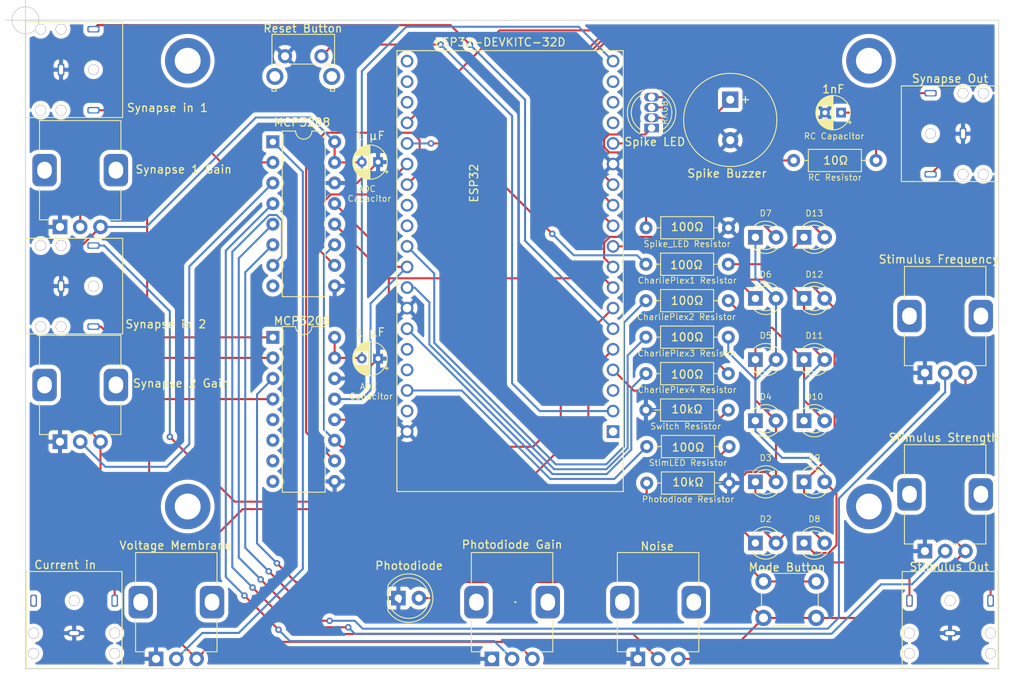
<source format=kicad_pcb>
(kicad_pcb (version 20211014) (generator pcbnew)
  (layers (0 "F.Cu" signal) (31 "B.Cu" signal) (34 "B.Paste" user) (35 "F.Paste" user) (36 "B.SilkS" user "B.Silkscreen") (37 "F.SilkS" user "F.Silkscreen") (38 "B.Mask" user) (39 "F.Mask" user) (44 "Edge.Cuts" user))
  (net 0 "")
  (net 7 "GNDREF")
  (net 8 "/23")
  (net 9 "/27")
  (net 10 "/26")
  (net 11 "+3V3")
  (net 12 "/34")
  (net 13 "/35")
  (net 14 "/25")
  (net 15 "/14")
  (net 16 "/12")
  (net 17 "/13")
  (net 18 "/22")
  (net 19 "/21")
  (net 20 "/19")
  (net 21 "/05")
  (net 22 "/17")
  (net 23 "/16")
  (net 24 "/02")
  (net 25 "/15")
  (net 26 "Net-(R1-Pad2)")
  (net 27 "Net-(R7-Pad2)")
  (net 28 "Net-(R6-Pad2)")
  (net 29 "Net-(R8-Pad2)")
  (net 30 "Net-(R9-Pad2)")
  (net 31 "Net-(R4-Pad2)")
  (net 33 "/39")
  (net 34 "VCC")
  (net 38 "/202")
  (net 39 "/203")
  (net 40 "/106")
  (net 41 "/103")
  (net 42 "/105")
  (net 43 "/104")
  (net 44 "/101")
  (net 45 "/102")
  (net 46 "/200")
  (net 47 "/201")
  (net 48 "/32")
  (net 49 "/33")
  (net 50 "/18")
  (net 51 "/04")
  (net 52 "/00")
  (net 53 "/100")
  (net 54 "/107")
  (net 55 "/204")
  (net 56 "/205")
  (net 57 "/206")
  (net 58 "/207")
  (net 59 "Net-(R3-Pad2)")
  (net 60 "Net-(SW2-Pad2)")
  (footprint "LED_THT:LED_D5.0mm-4_RGB" (layer "F.Cu") (at 177.2 63.3 90)
    (fp_text reference "D14")
    (fp_text value "Spike LED")
  )
  (footprint "MountingHole:MountingHole_3.2mm_M3_DIN965_Pad" (layer "F.Cu") (at 120 55)
    (fp_text reference " ")
    (fp_text value "MountingHole_3.2mm_M3_DIN965_Pad")
  )
  (footprint "LED_THT:LED_D3.0mm" (layer "F.Cu") (at 190 76.779)
    (fp_text reference "D7")
    (fp_text value "Mode6")
  )
  (footprint "LED_THT:LED_D3.0mm" (layer "F.Cu") (at 190 114.504)
    (fp_text reference "D2")
    (fp_text value "Mode1")
  )
  (footprint "Resistor_THT:R_Axial_DIN0207_L6.3mm_D2.5mm_P10.16mm_Horizontal" (layer "F.Cu") (at 186.66 98.1 180)
    (fp_text reference "R5")
    (fp_text value "10kΩ")
  )
  (footprint "Package_DIP:DIP-16_W7.62mm" (layer "F.Cu") (at 130.5 89.125)
    (fp_text reference "U3")
    (fp_text value "MCP3208")
  )
  (footprint "Potentiometer_THT:Spikeling Potentiometer" (layer "F.Cu") (at 213.4 108 90)
    (fp_text reference "RV6")
    (fp_text value "Stimulus Strength")
  )
  (footprint "Potentiometer_THT:Spikeling Potentiometer" (layer "F.Cu") (at 178 121.3 90)
    (fp_text reference "RV4")
    (fp_text value "Noise")
  )
  (footprint "Audio_Module:Spikeling_Photoreceptor" (layer "F.Cu") (at 159.6 122.9)
    (fp_text reference ".")
    (fp_text value "Spikeling_neuron")
  )
  (footprint "Audio_Module:Spikeling Audio Jack 3.5mm" (layer "F.Cu") (at 99.8825 56.1 90)
    (fp_text reference "J2")
    (fp_text value "Synapse in 1")
  )
  (footprint "Audio_Module:Spikeling Audio Jack 3.5mm" (layer "F.Cu") (at 220.1 64 -90)
    (fp_text reference "J1")
    (fp_text value "Synapse Out")
  )
  (footprint "Potentiometer_THT:Spikeling Potentiometer" (layer "F.Cu") (at 106.75 68 90)
    (fp_text reference "RV1")
    (fp_text value "Synapse 1 Gain")
  )
  (footprint "Audio_Module:Spikeling_Electrode" (layer "F.Cu") (at 125.9 107.3)
    (fp_text reference "REF**")
    (fp_text value "Spikeling_neuron")
  )
  (footprint "LED_THT:LED_D3.0mm" (layer "F.Cu") (at 190 99.414)
    (fp_text reference "D4")
    (fp_text value "Mode3")
  )
  (footprint "Potentiometer_THT:Spikeling Potentiometer" (layer "F.Cu") (at 118.6 121.3 90)
    (fp_text reference "RV3")
    (fp_text value "Voltage Membrane")
  )
  (footprint "Resistor_THT:R_Axial_DIN0207_L6.3mm_D2.5mm_P10.16mm_Horizontal" (layer "F.Cu") (at 176.6 102.6)
    (fp_text reference "R3")
    (fp_text value "100Ω")
  )
  (footprint "MountingHole:MountingHole_3.2mm_M3_DIN965_Pad" (layer "F.Cu") (at 204 55)
    (fp_text reference " ")
    (fp_text value "MountingHole_M3")
  )
  (footprint "Package_DIP:DIP-16_W7.62mm" (layer "F.Cu") (at 130.5 65)
    (fp_text reference "U2")
    (fp_text value "MCP3208")
  )
  (footprint "Capacitor_THT:CP_Radial_D4.0mm_P2.00mm" (layer "F.Cu") (at 143.4726 91.75 180)
    (fp_text reference "C2")
    (fp_text value "1 μF")
  )
  (footprint "Audio_Module:Spikeling Audio Jack 3.5mm" (layer "F.Cu") (at 214 130.1175 180)
    (fp_text reference "J5")
    (fp_text value "Stimulus Out")
  )
  (footprint "Button_Switch_THT:Spikeling reset button" (layer "F.Cu") (at 134.25 51.75)
    (fp_text reference "SW2")
    (fp_text value "Reset Button")
  )
  (footprint "LED_THT:LED_D3.0mm" (layer "F.Cu") (at 196 91.869)
    (fp_text reference "D11")
    (fp_text value "Mode10")
  )
  (footprint "LED_THT:LED_D3.0mm" (layer "F.Cu") (at 196 106.959)
    (fp_text reference "D9")
    (fp_text value "Mode8")
  )
  (footprint "Capacitor_THT:CP_Radial_D4.0mm_P2.00mm" (layer "F.Cu") (at 143.4726 67.5 180)
    (fp_text reference "C1")
    (fp_text value "1 μF")
  )
  (footprint "Resistor_THT:R_Axial_DIN0207_L6.3mm_D2.5mm_P10.16mm_Horizontal" (layer "F.Cu") (at 176.5 93.6)
    (fp_text reference "R9")
    (fp_text value "100Ω")
  )
  (footprint "LED_THT:LED_D3.0mm" (layer "F.Cu") (at 196 76.779)
    (fp_text reference "D13")
    (fp_text value "Mode12")
  )
  (footprint "LED_THT:LED_D3.0mm" (layer "F.Cu") (at 196 84.324)
    (fp_text reference "D12")
    (fp_text value "Mode11")
  )
  (footprint "LED_THT:LED_D3.0mm" (layer "F.Cu") (at 196 99.414)
    (fp_text reference "D10")
    (fp_text value "Mode9")
  )
  (footprint "Resistor_THT:R_Axial_DIN0207_L6.3mm_D2.5mm_P10.16mm_Horizontal" (layer "F.Cu") (at 194.72 67.3)
    (fp_text reference "R1")
    (fp_text value "10Ω")
  )
  (footprint "LED_THT:LED_D5.0mm" (layer "F.Cu") (at 145.975 121.3)
    (fp_text reference "D1")
    (fp_text value "Photodiode")
  )
  (footprint "Potentiometer_THT:Spikeling Potentiometer" (layer "F.Cu") (at 213.4 86 90)
    (fp_text reference "RV7")
    (fp_text value "Stimulus Frequency")
  )
  (footprint "Potentiometer_THT:Spikeling Potentiometer" (layer "F.Cu") (at 106.75 94.5 90)
    (fp_text reference "RV2")
    (fp_text value "Synapse 2 Gain")
  )
  (footprint "Audio_Module:Spikeling Audio Jack 3.5mm" (layer "F.Cu") (at 99.8825 82.8 90)
    (fp_text reference "J3")
    (fp_text value "Synapse in 2")
  )
  (footprint "LED_THT:LED_D3.0mm" (layer "F.Cu") (at 190 106.959)
    (fp_text reference "D3")
    (fp_text value "Mode2")
  )
  (footprint "MountingHole:MountingHole_3.2mm_M3_DIN965_Pad" (layer "F.Cu") (at 204 110)
    (fp_text reference " ")
    (fp_text value "MountingHole_3.2mm_M3_DIN965_Pad")
  )
  (footprint "LED_THT:LED_D3.0mm" (layer "F.Cu") (at 190 91.869)
    (fp_text reference "D5")
    (fp_text value "Mode4")
  )
  (footprint "Audio_Module:Spikeling Audio Jack 3.5mm" (layer "F.Cu") (at 106 130.1175 180)
    (fp_text reference "J4")
    (fp_text value "Current in")
  )
  (footprint "Resistor_THT:R_Axial_DIN0207_L6.3mm_D2.5mm_P10.16mm_Horizontal" (layer "F.Cu") (at 176.5 89.1)
    (fp_text reference "R8")
    (fp_text value "100Ω")
  )
  (footprint "Resistor_THT:R_Axial_DIN0207_L6.3mm_D2.5mm_P10.16mm_Horizontal" (layer "F.Cu") (at 176.6 107.1)
    (fp_text reference "R2")
    (fp_text value "10kΩ")
  )
  (footprint "Potentiometer_THT:Spikeling Potentiometer" (layer "F.Cu") (at 160 121.3 90)
    (fp_text reference "RV5")
    (fp_text value "Photodiode Gain")
  )
  (footprint "Capacitor_THT:CP_Radial_D4.0mm_P2.00mm" (layer "F.Cu") (at 200.5726 61.4 180)
    (fp_text reference "C3")
    (fp_text value "1nF")
  )
  (footprint "Resistor_THT:R_Axial_DIN0207_L6.3mm_D2.5mm_P10.16mm_Horizontal" (layer "F.Cu") (at 176.5 84.6)
    (fp_text reference "R7")
    (fp_text value "100Ω")
  )
  (footprint "Resistor_THT:R_Axial_DIN0207_L6.3mm_D2.5mm_P10.16mm_Horizontal" (layer "F.Cu") (at 186.68 75.6 180)
    (fp_text reference "R4")
    (fp_text value "100Ω")
  )
  (footprint "Buzzer_Beeper:Buzzer_11.5x9.5RM5" (layer "F.Cu") (at 186.9 58.5 -90)
    (fp_text reference "BZ1")
    (fp_text value "Spike Buzzer")
  )
  (footprint "MountingHole:MountingHole_3.2mm_M3_DIN965_Pad" (layer "F.Cu") (at 120 110)
    (fp_text reference " ")
    (fp_text value "MountingHole_3.2mm_M3_DIN965_Pad")
  )
  (footprint "Audio_Module:Spikeling_Neuron" (layer "F.Cu") (at 155.9 65.6)
    (fp_text reference "ESP32")
    (fp_text value "Spikeling_neuron")
  )
  (footprint "Resistor_THT:R_Axial_DIN0207_L6.3mm_D2.5mm_P10.16mm_Horizontal" (layer "F.Cu") (at 176.5 80.1)
    (fp_text reference "R6")
    (fp_text value "100Ω")
  )
  (footprint "Button_Switch_THT:SW_PUSH_6mm_H13mm" (layer "F.Cu") (at 191 119.25)
    (fp_text reference "SW1")
    (fp_text value "Mode Button")
  )
  (footprint "Module:MODULE_ESP32-DEVKITC-32D" (layer "F.Cu") (at 159.75 81 180)
    (fp_text reference "U1")
    (fp_text value "ESP32-DEVKITC-32D")
  )
  (footprint "LED_THT:LED_D3.0mm" (layer "F.Cu") (at 196 114.504)
    (fp_text reference "D8")
    (fp_text value "Mode7")
  )
  (footprint "LED_THT:LED_D3.0mm" (layer "F.Cu") (at 190 84.324)
    (fp_text reference "D6")
    (fp_text value "Mode5")
  )
  (gr_line (start 220 130) (end 100 130) (layer "Edge.Cuts") (width 0.1))
  (gr_line (start 100 50) (end 220 50) (layer "Edge.Cuts") (width 0.1))
  (gr_line (start 220 50) (end 220 130) (layer "Edge.Cuts") (width 0.1))
  (gr_line (start 100 130) (end 100 50) (layer "Edge.Cuts") (width 0.1))
  (gr_text "ADC \nCapacitor" (at 142.4 71.4) (layer "F.SilkS") (effects (font (size 0.75 0.75) (thickness 0.1))))
  (gr_text "Switch Resistor" (at 181.4 100.1) (layer "F.SilkS") (effects (font (size 0.75 0.75) (thickness 0.1))))
  (gr_text "CharliePlex3 Resistor" (at 181.58 91.1) (layer "F.SilkS") (effects (font (size 0.75 0.75) (thickness 0.1))))
  (gr_text "CharliePlex2 Resistor" (at 181.5 86.6) (layer "F.SilkS") (effects (font (size 0.75 0.75) (thickness 0.1))))
  (gr_text "Spike_LED Resistor" (at 181.58 77.6) (layer "F.SilkS") (effects (font (size 0.75 0.75) (thickness 0.1))))
  (gr_text "CharliePlex1 Resistor" (at 181.6 82.1) (layer "F.SilkS") (effects (font (size 0.75 0.75) (thickness 0.1))))
  (gr_text "RKGB" (at 178.8 61.4 90) (layer "F.SilkS") (effects (font (size 0.75 0.75) (thickness 0.1))))
  (gr_text "RC Capacitor" (at 199.7 64.3) (layer "F.SilkS") (effects (font (size 0.75 0.75) (thickness 0.1))))
  (gr_text "RC Resistor" (at 199.8 69.4) (layer "F.SilkS") (effects (font (size 0.75 0.75) (thickness 0.1))))
  (gr_text "StimLED Resistor" (at 181.68 104.6) (layer "F.SilkS") (effects (font (size 0.75 0.75) (thickness 0.1))))
  (gr_text "Photodiode Resistor" (at 181.7 109.1) (layer "F.SilkS") (effects (font (size 0.75 0.75) (thickness 0.1))))
  (gr_text "ADC \nCapacitor" (at 142.6 95.8) (layer "F.SilkS") (effects (font (size 0.75 0.75) (thickness 0.1))))
  (gr_text "CharliePlex4 Resistor" (at 181.58 95.6) (layer "F.SilkS") (effects (font (size 0.75 0.75) (thickness 0.1))))
  (target plus (at 100 50) (size 5) (width 0.1) (layer "Edge.Cuts"))
  (segment (start 141.0176 94.205) (end 143.4726 91.75) (width 0.25) (layer "F.Cu") (net 7))
  (segment (start 140.8926 70.08) (end 143.4726 67.5) (width 0.25) (layer "F.Cu") (net 7))
  (segment (start 146.1 121.7) (end 146.2 121.7) (width 0.25) (layer "F.Cu") (net 7))
  (segment (start 138.12 94.205) (end 141.0176 94.205) (width 0.25) (layer "F.Cu") (net 7))
  (segment (start 138.12 70.08) (end 140.8926 70.08) (width 0.25) (layer "F.Cu") (net 7))
  (via (at 146.1 121.7) (size 0.8) (drill 0.4) (layers "F.Cu" "B.Cu") (net 7))
  (segment (start 176.4 99.019022) (end 176.4 98.3) (width 0.25) (layer "B.Cu") (net 7))
  (segment (start 178.5 51.8) (end 180.4 53.7) (width 0.25) (layer "F.Cu") (net 9))
  (segment (start 172.45 75.36) (end 168.3 71.21) (width 0.25) (layer "F.Cu") (net 9))
  (segment (start 180.4 61.6) (end 179.97 62.03) (width 0.25) (layer "F.Cu") (net 9))
  (segment (start 180.4 53.7) (end 180.4 61.6) (width 0.25) (layer "F.Cu") (net 9))
  (segment (start 172.45 75.36) (end 172.45 74.8797) (width 0.25) (layer "F.Cu") (net 9))
  (segment (start 179.97 62.03) (end 177.2 62.03) (width 0.25) (layer "F.Cu") (net 9))
  (segment (start 168.3 54.6) (end 171.1 51.8) (width 0.25) (layer "F.Cu") (net 9))
  (segment (start 176.6 62.14) (end 177.75 62.14) (width 0.25) (layer "F.Cu") (net 9))
  (segment (start 168.3 71.21) (end 168.3 54.6) (width 0.25) (layer "F.Cu") (net 9))
  (segment (start 171.1 51.8) (end 178.5 51.8) (width 0.25) (layer "F.Cu") (net 9))
  (segment (start 186.1 72.5) (end 180.7 77.9) (width 0.25) (layer "F.Cu") (net 10))
  (segment (start 219 114.8) (end 214.3 110.1) (width 0.25) (layer "F.Cu") (net 10))
  (segment (start 213.3 75.9) (end 209.9 72.5) (width 0.25) (layer "F.Cu") (net 10))
  (segment (start 218.1 96.5) (end 218.1 92.4) (width 0.25) (layer "F.Cu") (net 10))
  (segment (start 214.3 100.3) (end 218.1 96.5) (width 0.25) (layer "F.Cu") (net 10))
  (segment (start 214.3 110.1) (end 214.3 100.3) (width 0.25) (layer "F.Cu") (net 10))
  (segment (start 180.7 77.9) (end 172.45 77.9) (width 0.25) (layer "F.Cu") (net 10))
  (segment (start 213.3 87.6) (end 213.3 75.9) (width 0.25) (layer "F.Cu") (net 10))
  (segment (start 209.9 72.5) (end 186.1 72.5) (width 0.25) (layer "F.Cu") (net 10))
  (segment (start 218.1 92.4) (end 213.3 87.6) (width 0.25) (layer "F.Cu") (net 10))
  (segment (start 219 121.6175) (end 219 114.8) (width 0.25) (layer "F.Cu") (net 10))
  (segment (start 159.4 109.4) (end 125.8 109.4) (width 0.25) (layer "F.Cu") (net 12))
  (segment (start 172.45 90.6) (end 169.4 93.65) (width 0.25) (layer "F.Cu") (net 12))
  (segment (start 125.8 109.4) (end 117.8 101.4) (width 0.25) (layer "F.Cu") (net 12))
  (segment (start 169.4 93.65) (end 169.4 99.4) (width 0.25) (layer "F.Cu") (net 12))
  (segment (start 169.4 99.4) (end 159.4 109.4) (width 0.25) (layer "F.Cu") (net 12))
  (via (at 117.8 101.4) (size 0.8) (drill 0.4) (layers "F.Cu" "B.Cu") (net 12))
  (segment (start 117.8 86.9175) (end 117.8 101.4) (width 0.25) (layer "B.Cu") (net 12))
  (segment (start 108.3825 77.8) (end 109.7 77.8) (width 0.25) (layer "B.Cu") (net 12))
  (segment (start 117.8 85.9) (end 117.8 86.9175) (width 0.25) (layer "B.Cu") (net 12))
  (segment (start 109.7 77.8) (end 117.8 85.9) (width 0.25) (layer "B.Cu") (net 12))
  (segment (start 152.4 50.6) (end 112.6 50.6) (width 0.25) (layer "F.Cu") (net 13))
  (segment (start 154.8 53) (end 152.4 50.6) (width 0.25) (layer "F.Cu") (net 13))
  (segment (start 108.3825 51.1) (end 108.8825 50.6) (width 0.25) (layer "F.Cu") (net 13))
  (segment (start 109 50.6) (end 108.5 51.1) (width 0.25) (layer "F.Cu") (net 13))
  (segment (start 112.6 50.6) (end 109 50.6) (width 0.25) (layer "F.Cu") (net 13))
  (segment (start 108.8825 50.6) (end 112.6 50.6) (width 0.25) (layer "F.Cu") (net 13))
  (via (at 154.8 53) (size 0.8) (drill 0.4) (layers "F.Cu" "B.Cu") (net 13))
  (segment (start 161.6 77.21) (end 172.45 88.06) (width 0.25) (layer "B.Cu") (net 13))
  (segment (start 161.6 59.8) (end 161.6 77.21) (width 0.25) (layer "B.Cu") (net 13))
  (segment (start 154.8 53) (end 161.6 59.8) (width 0.25) (layer "B.Cu") (net 13))
  (segment (start 171.345489 79.335489) (end 171.345489 77.442495) (width 0.25) (layer "F.Cu") (net 14))
  (segment (start 171.345489 77.442495) (end 172.063473 76.724511) (width 0.25) (layer "F.Cu") (net 14))
  (segment (start 172.45 80.44) (end 171.345489 79.335489) (width 0.25) (layer "F.Cu") (net 14))
  (segment (start 172.063473 76.724511) (end 180.575489 76.724511) (width 0.25) (layer "F.Cu") (net 14))
  (segment (start 190 67.3) (end 194.72 67.3) (width 0.25) (layer "F.Cu") (net 14))
  (segment (start 180.575489 76.724511) (end 190 67.3) (width 0.25) (layer "F.Cu") (net 14))
  (segment (start 168.74952 69.11952) (end 172.45 72.82) (width 0.25) (layer "F.Cu") (net 15))
  (segment (start 179.95048 60.14952) (end 179.95048 53.886198) (width 0.25) (layer "F.Cu") (net 15))
  (segment (start 179.34 60.76) (end 179.95048 60.14952) (width 0.25) (layer "F.Cu") (net 15))
  (segment (start 179.95048 53.886198) (end 178.313802 52.24952) (width 0.25) (layer "F.Cu") (net 15))
  (segment (start 171.286198 52.24952) (end 168.74952 54.786198) (width 0.25) (layer "F.Cu") (net 15))
  (segment (start 177.2 60.76) (end 179.34 60.76) (width 0.25) (layer "F.Cu") (net 15))
  (segment (start 168.74952 54.786198) (end 168.74952 69.11952) (width 0.25) (layer "F.Cu") (net 15))
  (segment (start 178.313802 52.24952) (end 171.286198 52.24952) (width 0.25) (layer "F.Cu") (net 15))
  (segment (start 179.5 58.7) (end 179.5 54.071436) (width 0.25) (layer "F.Cu") (net 16))
  (segment (start 177.2 59.49) (end 178.71 59.49) (width 0.25) (layer "F.Cu") (net 16))
  (segment (start 178.71 59.49) (end 179.5 58.7) (width 0.25) (layer "F.Cu") (net 16))
  (segment (start 178.127604 52.69904) (end 171.472396 52.69904) (width 0.25) (layer "F.Cu") (net 16))
  (segment (start 169.3 54.871436) (end 169.3 67.13) (width 0.25) (layer "F.Cu") (net 16))
  (segment (start 179.5 54.071436) (end 178.127604 52.69904) (width 0.25) (layer "F.Cu") (net 16))
  (segment (start 169.3 67.13) (end 172.45 70.28) (width 0.25) (layer "F.Cu") (net 16))
  (segment (start 171.472396 52.69904) (end 169.3 54.871436) (width 0.25) (layer "F.Cu") (net 16))
  (segment (start 181.5 65.2) (end 186.9 59.8) (width 0.25) (layer "F.Cu") (net 17))
  (segment (start 172.45 65.2) (end 172.45 64.8) (width 0.25) (layer "F.Cu") (net 17))
  (segment (start 172.45 65.2) (end 181.5 65.2) (width 0.25) (layer "F.Cu") (net 17))
  (segment (start 172.6 106.6) (end 176.6 102.6) (width 0.25) (layer "B.Cu") (net 18))
  (segment (start 164.7 106.6) (end 172.6 106.6) (width 0.25) (layer "B.Cu") (net 18))
  (segment (start 153.78 95.68) (end 164.7 106.6) (width 0.25) (layer "B.Cu") (net 18))
  (segment (start 147.05 95.68) (end 153.78 95.68) (width 0.25) (layer "B.Cu") (net 18))
  (segment (start 164.99 106) (end 171.671435 106) (width 0.25) (layer "B.Cu") (net 19))
  (segment (start 174.69904 95.40096) (end 176.5 93.6) (width 0.25) (layer "B.Cu") (net 19))
  (segment (start 164.99 106) (end 147.05 88.06) (width 0.25) (layer "B.Cu") (net 19))
  (segment (start 171.671435 106) (end 174.69904 102.972394) (width 0.25) (layer "B.Cu") (net 19))
  (segment (start 174.69904 102.972394) (end 174.69904 95.40096) (width 0.25) (layer "B.Cu") (net 19))
  (segment (start 165.2 105.4) (end 149.8 90) (width 0.25) (layer "B.Cu") (net 20))
  (segment (start 147.98 82.98) (end 147.05 82.98) (width 0.25) (layer "B.Cu") (net 20))
  (segment (start 174.24952 102.786197) (end 174.24952 91.35048) (width 0.25) (layer "B.Cu") (net 20))
  (segment (start 174.24952 91.35048) (end 176.5 89.1) (width 0.25) (layer "B.Cu") (net 20))
  (segment (start 149.8 84.8) (end 147.98 82.98) (width 0.25) (layer "B.Cu") (net 20))
  (segment (start 149.8 90) (end 149.8 84.8) (width 0.25) (layer "B.Cu") (net 20))
  (segment (start 171.635717 105.4) (end 174.24952 102.786197) (width 0.25) (layer "B.Cu") (net 20))
  (segment (start 165.2 105.4) (end 171.635717 105.4) (width 0.25) (layer "B.Cu") (net 20))
  (segment (start 173.8 102.6) (end 173.8 87.3) (width 0.25) (layer "B.Cu") (net 21))
  (segment (start 171.6 104.8) (end 173.8 102.6) (width 0.25) (layer "B.Cu") (net 21))
  (segment (start 165.4 104.8) (end 171.6 104.8) (width 0.25) (layer "B.Cu") (net 21))
  (segment (start 150.4 89.8) (end 165.4 104.8) (width 0.25) (layer "B.Cu") (net 21))
  (segment (start 173.8 87.3) (end 176.5 84.6) (width 0.25) (layer "B.Cu") (net 21))
  (segment (start 147.05 77.9) (end 150.4 81.25) (width 0.25) (layer "B.Cu") (net 21))
  (segment (start 150.4 81.25) (end 150.4 89.8) (width 0.25) (layer "B.Cu") (net 21))
  (segment (start 153.8 65.2) (end 164.95 76.35) (width 0.25) (layer "F.Cu") (net 24))
  (segment (start 150 65.2) (end 153.8 65.2) (width 0.25) (layer "F.Cu") (net 24))
  (via (at 150 65.2) (size 0.8) (drill 0.4) (layers "F.Cu" "B.Cu") (net 24))
  (via (at 164.95 76.35) (size 0.8) (drill 0.4) (layers "F.Cu" "B.Cu") (net 24))
  (segment (start 167.604511 79.004511) (end 164.95 76.35) (width 0.25) (layer "B.Cu") (net 24))
  (segment (start 176.5 80.1) (end 175.404511 79.004511) (width 0.25) (layer "B.Cu") (net 24))
  (segment (start 150 65.2) (end 147.05 65.2) (width 0.25) (layer "B.Cu") (net 24))
  (segment (start 175.404511 79.004511) (end 167.604511 79.004511) (width 0.25) (layer "B.Cu") (net 24))
  (segment (start 164.95 76.35) (end 164.9 76.3) (width 0.25) (layer "B.Cu") (net 24))
  (segment (start 147.05 62.66) (end 158.46 51.25) (width 0.25) (layer "F.Cu") (net 25))
  (segment (start 214 66.6) (end 214 65.1) (width 0.25) (layer "F.Cu") (net 25))
  (segment (start 158.46 51.25) (end 208 51.25) (width 0.25) (layer "F.Cu") (net 25))
  (segment (start 214 57.25) (end 214 63.9685) (width 0.25) (layer "F.Cu") (net 25))
  (segment (start 214 65.1) (end 214 63.9685) (width 0.25) (layer "F.Cu") (net 25))
  (segment (start 211.6 69) (end 214 66.6) (width 0.25) (layer "F.Cu") (net 25))
  (segment (start 214 66.5) (end 214 65.1) (width 0.25) (layer "F.Cu") (net 25))
  (segment (start 208 51.25) (end 214 57.25) (width 0.25) (layer "F.Cu") (net 25))
  (segment (start 211.6 59) (end 208.7685 59) (width 0.25) (layer "F.Cu") (net 26))
  (segment (start 200.5726 61.4) (end 206.3685 61.4) (width 0.25) (layer "F.Cu") (net 26))
  (segment (start 204.88 62.8885) (end 206.3685 61.4) (width 0.25) (layer "F.Cu") (net 26))
  (segment (start 206.3685 61.4) (end 208.7685 59) (width 0.25) (layer "F.Cu") (net 26))
  (segment (start 204.88 67.3) (end 204.88 62.8885) (width 0.25) (layer "F.Cu") (net 26))
  (segment (start 188.2 106.5) (end 188.2 112.704) (width 0.25) (layer "F.Cu") (net 27))
  (segment (start 196 96.874) (end 198.54 99.414) (width 0.25) (layer "F.Cu") (net 27))
  (segment (start 190 87.94) (end 192.071 87.94) (width 0.25) (layer "F.Cu") (net 27))
  (segment (start 192.54 99.414) (end 192.54 106.959) (width 0.25) (layer "F.Cu") (net 27))
  (segment (start 190 96.874) (end 192.54 99.414) (width 0.25) (layer "F.Cu") (net 27))
  (segment (start 188.965511 105.734489) (end 188.2 106.5) (width 0.25) (layer "F.Cu") (net 27))
  (segment (start 188.2 112.704) (end 190 114.504) (width 0.25) (layer "F.Cu") (net 27))
  (segment (start 192.54 106.959) (end 191.315489 105.734489) (width 0.25) (layer "F.Cu") (net 27))
  (segment (start 192.071 87.94) (end 196 91.869) (width 0.25) (layer "F.Cu") (net 27))
  (segment (start 196 91.869) (end 196 96.874) (width 0.25) (layer "F.Cu") (net 27))
  (segment (start 190 87.94) (end 190 91.869) (width 0.25) (layer "F.Cu") (net 27))
  (segment (start 186.66 84.6) (end 190 87.94) (width 0.25) (layer "F.Cu") (net 27))
  (segment (start 191.315489 105.734489) (end 188.965511 105.734489) (width 0.25) (layer "F.Cu") (net 27))
  (segment (start 190 91.869) (end 190 96.874) (width 0.25) (layer "F.Cu") (net 27))
  (segment (start 192.54 107) (end 192.54 106.225009) (width 0.25) (layer "B.Cu") (net 27))
  (segment (start 192.679 80.1) (end 194.316 80.1) (width 0.25) (layer "F.Cu") (net 28))
  (segment (start 199.764511 103.194489) (end 196 106.959) (width 0.25) (layer "F.Cu") (net 28))
  (segment (start 198.54 84.324) (end 199.764511 85.548511) (width 0.25) (layer "F.Cu") (net 28))
  (segment (start 192.679 80.1) (end 196 76.779) (width 0.25) (layer "F.Cu") (net 28))
  (segment (start 196 111.964) (end 198.54 114.504) (width 0.25) (layer "F.Cu") (net 28))
  (segment (start 194.316 80.1) (end 198.54 84.324) (width 0.25) (layer "F.Cu") (net 28))
  (segment (start 196 106.959) (end 196 111.044) (width 0.25) (layer "F.Cu") (net 28))
  (segment (start 199.764511 85.548511) (end 199.764511 103.194489) (width 0.25) (layer "F.Cu") (net 28))
  (segment (start 196 111.044) (end 196 111.964) (width 0.25) (layer "F.Cu") (net 28))
  (segment (start 186.66 80.1) (end 192.679 80.1) (width 0.25) (layer "F.Cu") (net 28))
  (segment (start 196 111.044) (end 192.54 114.504) (width 0.25) (layer "F.Cu") (net 28))
  (segment (start 190 106.959) (end 190 111.964) (width 0.25) (layer "F.Cu") (net 28))
  (segment (start 190 111.964) (end 192.54 114.504) (width 0.25) (layer "F.Cu") (net 28))
  (segment (start 196 114.504) (end 196.004 114.504) (width 0.25) (layer "F.Cu") (net 29))
  (segment (start 196.004 114.504) (end 197.228511 115.728511) (width 0.25) (layer "F.Cu") (net 29))
  (segment (start 199.04721 115.728511) (end 200 114.775721) (width 0.25) (layer "F.Cu") (net 29))
  (segment (start 200 108.419) (end 198.54 106.959) (width 0.25) (layer "F.Cu") (net 29))
  (segment (start 200 114.775721) (end 200 108.419) (width 0.25) (layer "F.Cu") (net 29))
  (segment (start 197.228511 115.728511) (end 199.04721 115.728511) (width 0.25) (layer "F.Cu") (net 29))
  (segment (start 198.54 106.959) (end 198.54 105.94) (width 0.25) (layer "B.Cu") (net 29))
  (segment (start 193.3 104) (end 190 100.7) (width 0.25) (layer "B.Cu") (net 29))
  (segment (start 198.54 105.94) (end 196.6 104) (width 0.25) (layer "B.Cu") (net 29))
  (segment (start 192.54 84.324) (end 192.54 91.869) (width 0.25) (layer "B.Cu") (net 29))
  (segment (start 190 99.414) (end 190 94.409) (width 0.25) (layer "B.Cu") (net 29))
  (segment (start 190 100.7) (end 190 99.414) (width 0.25) (layer "B.Cu") (net 29))
  (segment (start 190 94.318022) (end 190 94.409) (width 0.25) (layer "B.Cu") (net 29))
  (segment (start 186.66 89.1) (end 186.66 90.978022) (width 0.25) (layer "B.Cu") (net 29))
  (segment (start 190 76.779) (end 190 81.784) (width 0.25) (layer "B.Cu") (net 29))
  (segment (start 196.6 104) (end 193.3 104) (width 0.25) (layer "B.Cu") (net 29))
  (segment (start 186.66 90.978022) (end 190 94.318022) (width 0.25) (layer "B.Cu") (net 29))
  (segment (start 190 81.784) (end 192.54 84.324) (width 0.25) (layer "B.Cu") (net 29))
  (segment (start 190 94.409) (end 192.54 91.869) (width 0.25) (layer "B.Cu") (net 29))
  (segment (start 187.676 82) (end 190 84.324) (width 0.25) (layer "F.Cu") (net 30))
  (segment (start 193.676 82) (end 196 84.324) (width 0.25) (layer "F.Cu") (net 30))
  (segment (start 196 89.329) (end 198.54 91.869) (width 0.25) (layer "F.Cu") (net 30))
  (segment (start 186.66 93.6) (end 183.2 90.14) (width 0.25) (layer "F.Cu") (net 30))
  (segment (start 183.2 84.2) (end 185.4 82) (width 0.25) (layer "F.Cu") (net 30))
  (segment (start 189.461 73.7) (end 192.54 76.779) (width 0.25) (layer "F.Cu") (net 30))
  (segment (start 183.2 76.4) (end 185.9 73.7) (width 0.25) (layer "F.Cu") (net 30))
  (segment (start 195.461 73.7) (end 198.54 76.779) (width 0.25) (layer "F.Cu") (net 30))
  (segment (start 196 84.324) (end 196 89.329) (width 0.25) (layer "F.Cu") (net 30))
  (segment (start 183.2 90.14) (end 183.2 84.2) (width 0.25) (layer "F.Cu") (net 30))
  (segment (start 183.2 84.2) (end 183.2 76.4) (width 0.25) (layer "F.Cu") (net 30))
  (segment (start 185.4 82) (end 187.676 82) (width 0.25) (layer "F.Cu") (net 30))
  (segment (start 189.461 73.7) (end 195.461 73.7) (width 0.25) (layer "F.Cu") (net 30))
  (segment (start 187.676 82) (end 193.676 82) (width 0.25) (layer "F.Cu") (net 30))
  (segment (start 198.54 76.779) (end 196.561 74.8) (width 0.25) (layer "F.Cu") (net 30))
  (segment (start 185.9 73.7) (end 189.461 73.7) (width 0.25) (layer "F.Cu") (net 30))
  (segment (start 196 99.414) (end 196 94.409) (width 0.25) (layer "B.Cu") (net 30))
  (segment (start 196 94.409) (end 198.54 91.869) (width 0.25) (layer "B.Cu") (net 30))
  (segment (start 176.6 63.41) (end 177.75 63.41) (width 0.25) (layer "F.Cu") (net 31))
  (segment (start 176.404511 64.095489) (end 171.904511 64.095489) (width 0.25) (layer "F.Cu") (net 31))
  (segment (start 173.895489 66.304511) (end 176.52 68.929022) (width 0.25) (layer "F.Cu") (net 31))
  (segment (start 171.992495 66.304511) (end 173.895489 66.304511) (width 0.25) (layer "F.Cu") (net 31))
  (segment (start 171.904511 64.095489) (end 171.345489 64.654511) (width 0.25) (layer "F.Cu") (net 31))
  (segment (start 176.52 68.929022) (end 176.52 75.6) (width 0.25) (layer "F.Cu") (net 31))
  (segment (start 171.345489 65.657505) (end 171.992495 66.304511) (width 0.25) (layer "F.Cu") (net 31))
  (segment (start 171.345489 64.654511) (end 171.345489 65.657505) (width 0.25) (layer "F.Cu") (net 31))
  (segment (start 177.2 63.3) (end 176.404511 64.095489) (width 0.25) (layer "F.Cu") (net 31))
  (segment (start 175.01 95.7) (end 179.54 95.7) (width 0.25) (layer "F.Cu") (net 33))
  (segment (start 186.66 98.1) (end 184.3 100.46) (width 0.25) (layer "F.Cu") (net 33))
  (segment (start 191 119.25) (end 197.5 119.25) (width 0.25) (layer "F.Cu") (net 33))
  (segment (start 184.3 112.55) (end 191 119.25) (width 0.25) (layer "F.Cu") (net 33))
  (segment (start 184.3 100.46) (end 184.3 112.55) (width 0.25) (layer "F.Cu") (net 33))
  (segment (start 179.54 95.7) (end 184.3 100.46) (width 0.25) (layer "F.Cu") (net 33))
  (segment (start 172.45 93.14) (end 175.01 95.7) (width 0.25) (layer "F.Cu") (net 33))
  (segment (start 191 118.92) (end 191 119.25) (width 0.25) (layer "B.Cu") (net 33))
  (segment (start 160.4 126.7) (end 158.1 126.7) (width 0.25) (layer "F.Cu") (net 34))
  (segment (start 109.25 102) (end 109.25 122.15) (width 0.25) (layer "F.Cu") (net 34))
  (segment (start 106.7 78.05) (end 106.7 99.45) (width 0.25) (layer "F.Cu") (net 34))
  (segment (start 183.3 110.6) (end 178 105.3) (width 0.25) (layer "F.Cu") (net 34))
  (segment (start 215.9 93.5) (end 215.9 96.2) (width 0.25) (layer "F.Cu") (net 34))
  (segment (start 109.25 75.5) (end 106.7 78.05) (width 0.25) (layer "F.Cu") (net 34))
  (segment (start 141.4326 67.54) (end 141.4726 67.5) (width 0.25) (layer "F.Cu") (net 34))
  (segment (start 210.8 120.6) (end 210.8 122.9) (width 0.25) (layer "F.Cu") (net 34))
  (segment (start 117.8 119.3) (end 117.8 125.5) (width 0.25) (layer "F.Cu") (net 34))
  (segment (start 212.2 99.9) (end 212.2 111.8) (width 0.25) (layer "F.Cu") (net 34))
  (segment (start 112.6 125.5) (end 117.8 125.5) (width 0.25) (layer "F.Cu") (net 34))
  (segment (start 170.974511 110.325489) (end 126.774511 110.325489) (width 0.25) (layer "F.Cu") (net 34))
  (segment (start 185.95 128.8) (end 191 123.75) (width 0.25) (layer "F.Cu") (net 34))
  (segment (start 138.12 89.125) (end 138.12 91.665) (width 0.25) (layer "F.Cu") (net 34))
  (segment (start 180.5 128.8) (end 185.95 128.8) (width 0.25) (layer "F.Cu") (net 34))
  (segment (start 183.3 116.05) (end 183.3 110.6) (width 0.25) (layer "F.Cu") (net 34))
  (segment (start 197.5 123.75) (end 209.95 123.75) (width 0.25) (layer "F.Cu") (net 34))
  (segment (start 138.12 65) (end 138.12 67.54) (width 0.25) (layer "F.Cu") (net 34))
  (segment (start 215.9 115.5) (end 210.8 120.6) (width 0.25) (layer "F.Cu") (net 34))
  (segment (start 162.5 128.8) (end 160.4 126.7) (width 0.25) (layer "F.Cu") (net 34))
  (segment (start 138.12 67.54) (end 141.4326 67.54) (width 0.25) (layer "F.Cu") (net 34))
  (segment (start 123.2 126.7) (end 158.1 126.7) (width 0.25) (layer "F.Cu") (net 34))
  (segment (start 178 105.3) (end 176 105.3) (width 0.25) (layer "F.Cu") (net 34))
  (segment (start 176 105.3) (end 170.974511 110.325489) (width 0.25) (layer "F.Cu") (net 34))
  (segment (start 191 123.75) (end 197.5 123.75) (width 0.25) (layer "F.Cu") (net 34))
  (segment (start 109.25 122.15) (end 112.6 125.5) (width 0.25) (layer "F.Cu") (net 34))
  (segment (start 210.8 122.9) (end 209.95 123.75) (width 0.25) (layer "F.Cu") (net 34))
  (segment (start 117.8 125.5) (end 121.1 128.8) (width 0.25) (layer "F.Cu") (net 34))
  (segment (start 138.12 91.665) (end 141.3876 91.665) (width 0.25) (layer "F.Cu") (net 34))
  (segment (start 121.1 128.8) (end 123.2 126.7) (width 0.25) (layer "F.Cu") (net 34))
  (segment (start 106.7 99.45) (end 109.25 102) (width 0.25) (layer "F.Cu") (net 34))
  (segment (start 212.2 111.8) (end 215.9 115.5) (width 0.25) (layer "F.Cu") (net 34))
  (segment (start 191 123.75) (end 183.3 116.05) (width 0.25) (layer "F.Cu") (net 34))
  (segment (start 141.3876 91.665) (end 141.4726 91.75) (width 0.25) (layer "F.Cu") (net 34))
  (segment (start 126.774511 110.325489) (end 117.8 119.3) (width 0.25) (layer "F.Cu") (net 34))
  (segment (start 215.9 96.2) (end 212.2 99.9) (width 0.25) (layer "F.Cu") (net 34))
  (segment (start 114.9 75.5) (end 128.4 62) (width 0.25) (layer "B.Cu") (net 34))
  (segment (start 146.95 50.8) (end 168.21 50.8) (width 0.25) (layer "B.Cu") (net 34))
  (segment (start 141.4726 56.2774) (end 146.95 50.8) (width 0.25) (layer "B.Cu") (net 34))
  (segment (start 109.25 75.5) (end 114.9 75.5) (width 0.25) (layer "B.Cu") (net 34))
  (segment (start 135.12 62) (end 138.12 65) (width 0.25) (layer "B.Cu") (net 34))
  (segment (start 141.4726 67.5) (end 141.4726 56.2774) (width 0.25) (layer "B.Cu") (net 34))
  (segment (start 168.21 50.8) (end 172.45 55.04) (width 0.25) (layer "B.Cu") (net 34))
  (segment (start 128.4 62) (end 135.12 62) (width 0.25) (layer "B.Cu") (net 34))
  (segment (start 141.4726 67.5) (end 141.4726 91.75) (width 0.25) (layer "B.Cu") (net 34))
  (segment (start 131 117) (end 133.3325 119.3325) (width 0.25) (layer "F.Cu") (net 38))
  (segment (start 148.515 121.3) (end 151.1 121.3) (width 0.25) (layer "F.Cu") (net 38))
  (segment (start 151.1 121.3) (end 153.0675 119.3325) (width 0.25) (layer "F.Cu") (net 38))
  (segment (start 152.7325 119.3325) (end 153.0675 119.3325) (width 0.25) (layer "F.Cu") (net 38))
  (segment (start 133.3325 119.3325) (end 152.7325 119.3325) (width 0.25) (layer "F.Cu") (net 38))
  (segment (start 165.5675 119.3325) (end 176.6 108.3) (width 0.25) (layer "F.Cu") (net 38))
  (segment (start 153.0675 119.3325) (end 165.5675 119.3325) (width 0.25) (layer "F.Cu") (net 38))
  (segment (start 176.6 108.3) (end 176.6 107.1) (width 0.25) (layer "F.Cu") (net 38))
  (via (at 131 117) (size 0.8) (drill 0.4) (layers "F.Cu" "B.Cu") (net 38))
  (segment (start 130.5 94.205) (end 128.55 96.155) (width 0.25) (layer "B.Cu") (net 38))
  (segment (start 128.55 96.155) (end 128.55 114.55) (width 0.25) (layer "B.Cu") (net 38))
  (segment (start 128.55 114.55) (end 131 117) (width 0.25) (layer "B.Cu") (net 38))
  (segment (start 115.25 113.5185) (end 115.25 97.5) (width 0.25) (layer "F.Cu") (net 39))
  (segment (start 111 121.6175) (end 111 117.7685) (width 0.25) (layer "F.Cu") (net 39))
  (segment (start 115.25 97.5) (end 116.005 96.745) (width 0.25) (layer "F.Cu") (net 39))
  (segment (start 116.005 96.745) (end 130.5 96.745) (width 0.25) (layer "F.Cu") (net 39))
  (segment (start 111 117.7685) (end 115.25 113.5185) (width 0.25) (layer "F.Cu") (net 39))
  (segment (start 133.724511 125.724511) (end 136.575489 125.724511) (width 0.25) (layer "F.Cu") (net 40))
  (segment (start 178 128.8) (end 174.924511 125.724511) (width 0.25) (layer "F.Cu") (net 40))
  (segment (start 128 120) (end 133.724511 125.724511) (width 0.25) (layer "F.Cu") (net 40))
  (segment (start 174.924511 125.724511) (end 174.524511 125.724511) (width 0.25) (layer "F.Cu") (net 40))
  (segment (start 136.575489 125.724511) (end 174.524511 125.724511) (width 0.25) (layer "F.Cu") (net 40))
  (via (at 128 120) (size 0.8) (drill 0.4) (layers "F.Cu" "B.Cu") (net 40))
  (segment (start 128 120) (end 125.5 117.5) (width 0.25) (layer "B.Cu") (net 40))
  (segment (start 125.5 78.5697) (end 125.5 117.1) (width 0.25) (layer "B.Cu") (net 40))
  (segment (start 130.965789 74.035489) (end 130.034211 74.035489) (width 0.25) (layer "B.Cu") (net 40))
  (segment (start 130.034211 74.035489) (end 125.5 78.5697) (width 0.25) (layer "B.Cu") (net 40))
  (segment (start 131.624511 74.694211) (end 130.965789 74.035489) (width 0.25) (layer "B.Cu") (net 40))
  (segment (start 130.5 80.24) (end 131.624511 79.115489) (width 0.25) (layer "B.Cu") (net 40))
  (segment (start 131.624511 79.115489) (end 131.624511 74.694211) (width 0.25) (layer "B.Cu") (net 40))
  (segment (start 125.5 117.1) (end 125.5 117.5) (width 0.25) (layer "B.Cu") (net 40))
  (segment (start 127 121) (end 131.2 125.2) (width 0.25) (layer "F.Cu") (net 41))
  (via (at 127 121) (size 0.8) (drill 0.4) (layers "F.Cu" "B.Cu") (net 41))
  (via (at 131.2 125.2) (size 0.8) (drill 0.4) (layers "F.Cu" "B.Cu") (net 41))
  (segment (start 124.7 118.7) (end 124.7 118.5) (width 0.25) (layer "B.Cu") (net 41))
  (segment (start 157.8 126.6) (end 160 128.8) (width 0.25) (layer "B.Cu") (net 41))
  (segment (start 131.2 125.2) (end 132.6 126.6) (width 0.25) (layer "B.Cu") (net 41))
  (segment (start 130.5 72.62) (end 124.7 78.42) (width 0.25) (layer "B.Cu") (net 41))
  (segment (start 134.9 126.6) (end 157.8 126.6) (width 0.25) (layer "B.Cu") (net 41))
  (segment (start 132.6 126.6) (end 134.9 126.6) (width 0.25) (layer "B.Cu") (net 41))
  (segment (start 127 121) (end 124.7 118.7) (width 0.25) (layer "B.Cu") (net 41))
  (segment (start 124.7 78.42) (end 124.7 118.5) (width 0.25) (layer "B.Cu") (net 41))
  (segment (start 136.1 124.1) (end 137.5 124.1) (width 0.25) (layer "F.Cu") (net 42))
  (segment (start 130 118) (end 136.1 124.1) (width 0.25) (layer "F.Cu") (net 42))
  (via (at 137.5 124.1) (size 0.8) (drill 0.4) (layers "F.Cu" "B.Cu") (net 42))
  (via (at 130 118) (size 0.8) (drill 0.4) (layers "F.Cu" "B.Cu") (net 42))
  (segment (start 130.5 77.7) (end 127.1 81.1) (width 0.25) (layer "B.Cu") (net 42))
  (segment (start 127.1 81.1) (end 127.1 115) (width 0.25) (layer "B.Cu") (net 42))
  (segment (start 137.5 124.1) (end 140.6 124.1) (width 0.25) (layer "B.Cu") (net 42))
  (segment (start 141.574511 125.074511) (end 198.925489 125.074511) (width 0.25) (layer "B.Cu") (net 42))
  (segment (start 213.4 93.5) (end 213.4 95.9) (width 0.25) (layer "B.Cu") (net 42))
  (segment (start 200.3 109) (end 213.4 95.9) (width 0.25) (layer "B.Cu") (net 42))
  (segment (start 130 118) (end 127.1 115.1) (width 0.25) (layer "B.Cu") (net 42))
  (segment (start 140.6 124.1) (end 141.574511 125.074511) (width 0.25) (layer "B.Cu") (net 42))
  (segment (start 200.3 123.7) (end 200.3 109) (width 0.25) (layer "B.Cu") (net 42))
  (segment (start 198.925489 125.074511) (end 200.3 123.7) (width 0.25) (layer "B.Cu") (net 42))
  (segment (start 127.1 115.1) (end 127.1 115) (width 0.25) (layer "B.Cu") (net 42))
  (segment (start 129 119) (end 134.9 124.9) (width 0.25) (layer "F.Cu") (net 43))
  (segment (start 134.9 124.9) (end 139.8 124.9) (width 0.25) (layer "F.Cu") (net 43))
  (via (at 139.8 124.9) (size 0.8) (drill 0.4) (layers "F.Cu" "B.Cu") (net 43))
  (via (at 129 119) (size 0.8) (drill 0.4) (layers "F.Cu" "B.Cu") (net 43))
  (segment (start 126.3 79.36) (end 126.3 116.1) (width 0.25) (layer "B.Cu") (net 43))
  (segment (start 213.4 115.5) (end 209.3 119.6) (width 0.25) (layer "B.Cu") (net 43))
  (segment (start 209.3 119.6) (end 205.5 119.6) (width 0.25) (layer "B.Cu") (net 43))
  (segment (start 140.6 125.7) (end 139.8 124.9) (width 0.25) (layer "B.Cu") (net 43))
  (segment (start 126.3 116.3) (end 126.3 116.1) (width 0.25) (layer "B.Cu") (net 43))
  (segment (start 199.4 125.7) (end 140.6 125.7) (width 0.25) (layer "B.Cu") (net 43))
  (segment (start 205.5 119.6) (end 199.4 125.7) (width 0.25) (layer "B.Cu") (net 43))
  (segment (start 130.5 75.16) (end 126.3 79.36) (width 0.25) (layer "B.Cu") (net 43))
  (segment (start 129 119) (end 126.3 116.3) (width 0.25) (layer "B.Cu") (net 43))
  (segment (start 124.14 67.54) (end 130.5 67.54) (width 0.25) (layer "F.Cu") (net 44))
  (segment (start 108.65 58.55) (end 115.15 58.55) (width 0.25) (layer "F.Cu") (net 44))
  (segment (start 106.75 75.5) (end 106.75 60.45) (width 0.25) (layer "F.Cu") (net 44))
  (segment (start 115.15 58.55) (end 124.14 67.54) (width 0.25) (layer "F.Cu") (net 44))
  (segment (start 106.75 60.45) (end 108.65 58.55) (width 0.25) (layer "F.Cu") (net 44))
  (segment (start 109.85 105.1) (end 117.4 105.1) (width 0.25) (layer "B.Cu") (net 45))
  (segment (start 117.4 105.1) (end 120.2 102.3) (width 0.25) (layer "B.Cu") (net 45))
  (segment (start 106.75 102) (end 109.85 105.1) (width 0.25) (layer "B.Cu") (net 45))
  (segment (start 120.2 102.3) (end 120.2 80.38) (width 0.25) (layer "B.Cu") (net 45))
  (segment (start 120.2 80.38) (end 130.5 70.08) (width 0.25) (layer "B.Cu") (net 45))
  (segment (start 117.125 89.125) (end 130.5 89.125) (width 0.25) (layer "F.Cu") (net 46))
  (segment (start 115 87) (end 117.125 89.125) (width 0.25) (layer "F.Cu") (net 46))
  (segment (start 108.3825 61.1) (end 112.3315 61.1) (width 0.25) (layer "F.Cu") (net 46))
  (segment (start 115 63.7685) (end 115 87) (width 0.25) (layer "F.Cu") (net 46))
  (segment (start 112.3315 61.1) (end 115 63.7685) (width 0.25) (layer "F.Cu") (net 46))
  (segment (start 113.165 91.665) (end 130.5 91.665) (width 0.25) (layer "F.Cu") (net 47))
  (segment (start 109.3 87.8) (end 113.165 91.665) (width 0.25) (layer "F.Cu") (net 47))
  (segment (start 108.3825 87.8) (end 109.3 87.8) (width 0.25) (layer "F.Cu") (net 47))
  (segment (start 162.575001 102.624999) (end 166 99.2) (width 0.25) (layer "F.Cu") (net 48))
  (segment (start 138.919999 102.624999) (end 162.575001 102.624999) (width 0.25) (layer "F.Cu") (net 48))
  (segment (start 166 91.97) (end 166 93.8) (width 0.25) (layer "F.Cu") (net 48))
  (segment (start 138.12 101.825) (end 138.919999 102.624999) (width 0.25) (layer "F.Cu") (net 48))
  (segment (start 172.45 85.52) (end 166 91.97) (width 0.25) (layer "F.Cu") (net 48))
  (segment (start 166 99.2) (end 166 93.8) (width 0.25) (layer "F.Cu") (net 48))
  (segment (start 136.8 79.02) (end 136.8 100.505) (width 0.25) (layer "B.Cu") (net 48))
  (segment (start 136.8 100.505) (end 138.12 101.825) (width 0.25) (layer "B.Cu") (net 48))
  (segment (start 138.12 77.7) (end 136.8 79.02) (width 0.25) (layer "B.Cu") (net 48))
  (segment (start 171.31 81.84) (end 172.45 82.98) (width 0.25) (layer "F.Cu") (net 49))
  (segment (start 138.12 75.16) (end 144.76 81.8) (width 0.25) (layer "F.Cu") (net 49))
  (segment (start 140.715 99.285) (end 144.8 95.2) (width 0.25) (layer "F.Cu") (net 49))
  (segment (start 144.8 81.84) (end 171.31 81.84) (width 0.25) (layer "F.Cu") (net 49))
  (segment (start 144.8 81.84) (end 144.76 81.8) (width 0.25) (layer "F.Cu") (net 49))
  (segment (start 144.8 95.2) (end 144.8 81.84) (width 0.25) (layer "F.Cu") (net 49))
  (segment (start 138.12 99.285) (end 140.715 99.285) (width 0.25) (layer "F.Cu") (net 49))
  (segment (start 138.12 72.62) (end 145.94 80.44) (width 0.25) (layer "F.Cu") (net 50))
  (segment (start 145.94 80.44) (end 147.05 80.44) (width 0.25) (layer "F.Cu") (net 50))
  (segment (start 141.455 96.745) (end 138.12 96.745) (width 0.25) (layer "B.Cu") (net 50))
  (segment (start 142.548089 95.651911) (end 141.455 96.745) (width 0.25) (layer "B.Cu") (net 50))
  (segment (start 147.05 80.44) (end 142.548089 84.941911) (width 0.25) (layer "B.Cu") (net 50))
  (segment (start 142.548089 84.941911) (end 142.548089 95.651911) (width 0.25) (layer "B.Cu") (net 50))
  (segment (start 134.6 66.2) (end 136.924511 63.875489) (width 0.25) (layer "F.Cu") (net 51))
  (segment (start 148.6 64.8) (end 148.6 68.73) (width 0.25) (layer "F.Cu") (net 51))
  (segment (start 148.6 68.73) (end 147.05 70.28) (width 0.25) (layer "F.Cu") (net 51))
  (segment (start 147.675489 63.875489) (end 148.6 64.8) (width 0.25) (layer "F.Cu") (net 51))
  (segment (start 138.12 104.365) (end 134.6 100.845) (width 0.25) (layer "F.Cu") (net 51))
  (segment (start 136.924511 63.875489) (end 147.675489 63.875489) (width 0.25) (layer "F.Cu") (net 51))
  (segment (start 134.6 100.845) (end 134.6 66.2) (width 0.25) (layer "F.Cu") (net 51))
  (segment (start 137.654211 71.495489) (end 136.2 72.9497) (width 0.25) (layer "F.Cu") (net 52))
  (segment (start 147.05 67.74) (end 143.294511 71.495489) (width 0.25) (layer "F.Cu") (net 52))
  (segment (start 136.2 78.32) (end 138.12 80.24) (width 0.25) (layer "F.Cu") (net 52))
  (segment (start 136.2 72.9497) (end 136.2 78.32) (width 0.25) (layer "F.Cu") (net 52))
  (segment (start 143.294511 71.495489) (end 137.654211 71.495489) (width 0.25) (layer "F.Cu") (net 52))
  (segment (start 130.5 65) (end 134.2 68.7) (width 0.25) (layer "B.Cu") (net 53))
  (segment (start 134.2 68.7) (end 134.2 117.7) (width 0.25) (layer "B.Cu") (net 53))
  (segment (start 121.8 125.6) (end 118.6 128.8) (width 0.25) (layer "B.Cu") (net 53))
  (segment (start 134.2 117.7) (end 126.3 125.6) (width 0.25) (layer "B.Cu") (net 53))
  (segment (start 126.3 125.6) (end 121.8 125.6) (width 0.25) (layer "B.Cu") (net 53))
  (segment (start 189.6 116.9) (end 206.9315 116.9) (width 0.25) (layer "F.Cu") (net 59))
  (segment (start 185.1 112.4) (end 189.6 116.9) (width 0.25) (layer "F.Cu") (net 59))
  (segment (start 206.9315 116.9) (end 209 118.9685) (width 0.25) (layer "F.Cu") (net 59))
  (segment (start 209 121.6175) (end 209 118.9685) (width 0.25) (layer "F.Cu") (net 59))
  (segment (start 185.1 104.26) (end 185.1 112.4) (width 0.25) (layer "F.Cu") (net 59))
  (segment (start 186.76 102.6) (end 185.1 104.26) (width 0.25) (layer "F.Cu") (net 59))
  (segment (start 137.94 53) (end 151.2 53) (width 0.25) (layer "F.Cu") (net 60))
  (segment (start 136.5 54.44) (end 137.94 53) (width 0.25) (layer "F.Cu") (net 60))
  (via (at 151.2 53) (size 0.8) (drill 0.4) (layers "F.Cu" "B.Cu") (net 60))
  (segment (start 163.42 98.22) (end 172.45 98.22) (width 0.25) (layer "B.Cu") (net 60))
  (segment (start 160 61.8) (end 160 94.8) (width 0.25) (layer "B.Cu") (net 60))
  (segment (start 151.2 53) (end 160 61.8) (width 0.25) (layer "B.Cu") (net 60))
  (segment (start 160 94.8) (end 163.42 98.22) (width 0.25) (layer "B.Cu") (net 60))
  (zone (net 7) (net_name "GNDREF") (layer "B.Cu") (connect_pads (clearance 0.508)) (min_thickness 0.254) (fill yes (thermal_gap 0.508) (thermal_bridge_width 0.508))
    (polygon (pts (xy 220 130) (xy 99.75 130) (xy 100 50) (xy 220 50)))
  )
)
</source>
